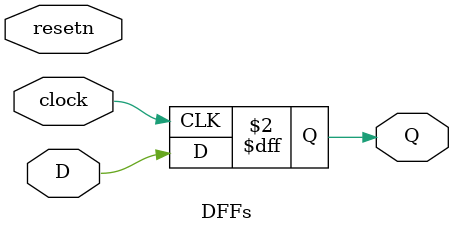
<source format=v>
module part1(SW, LEDR, KEY);
    input [1:0] SW; // SW[0]=resetn, SW[1]=w
    input [0:0] KEY; // KEY[0]=clock
    output [9:0] LEDR; // LEDR[9]=z, LEDR[8:0]=state bits
    wire clk, resetn, w, z;
    wire [8:0] y;

    // next-state (1-bit each)
    wire Y0, Y1, Y2, Y3, Y4, Y5, Y6, Y7, Y8;

    // input/output wiring
    assign clk = KEY[0];
    assign w = SW[1];
    assign resetn = SW[0];
    assign LEDR[9] = z;
    assign LEDR[8:0] = y[8:0];

    // version two negates boolean expressions 
    // assign y[0] = ~y[0]

    //next-state logic (by inspection, one-hot) // ACTIVE LOW reset
    //if reset = 0, it resets, otherwise if = 1 we're good
    assign Y0 = !resetn; // A only by reset
    assign Y1 = resetn&((~w) & (y[0] | y[5] | y[6] | y[7] | y[8])); // -> B on 0
    assign Y2 = resetn&((~w) & y[1]); // -> C on 0
    assign Y3 = resetn&((~w) & y[2]); // -> D on 0
    assign Y4 = resetn&((~w) & (y[3] | y[4])); // ->/stay E on 0
    assign Y5 = resetn&(( w) & (y[0] | y[1] | y[2] | y[3] | y[4])); // -> F on 1
    assign Y6 = resetn&(( w) & y[5]); // -> G on 1
    assign Y7 = resetn&(( w) & y[6]); // -> H on 1
    assign Y8 = resetn&(( w) & (y[7] | y[8])); // ->/stay I on 1

    // Moore output
    assign z = y[4] | y[8];
    // instantiate 9 FFs (D, clk, resetn, Q)
    DFFs u0 (Y0, clk, resetn, y[0]);
    DFFs u1 (Y1, clk, resetn, y[1]);
    DFFs u2 (Y2, clk, resetn, y[2]);
    DFFs u3 (Y3, clk, resetn, y[3]);
    DFFs u4 (Y4, clk, resetn, y[4]);
    DFFs u5 (Y5, clk, resetn, y[5]);
    DFFs u6 (Y6, clk, resetn, y[6]);
    DFFs u7 (Y7, clk, resetn, y[7]);
    DFFs u8 (Y8, clk, resetn, y[8]);
endmodule

// FF module from other labs used **
module DFFs(D, clock, resetn, Q);
    input D, clock, resetn;
    output reg Q;
    always @(posedge clock)
    Q<= D;
endmodule

</source>
